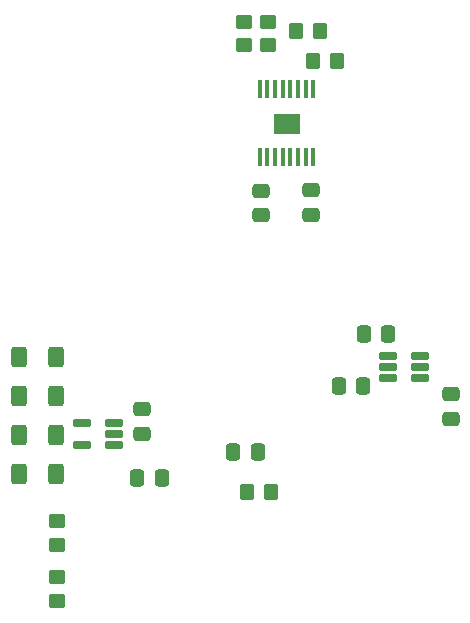
<source format=gbr>
%TF.GenerationSoftware,KiCad,Pcbnew,7.0.11-7.0.11~ubuntu22.04.1*%
%TF.CreationDate,2025-02-11T22:24:31-05:00*%
%TF.ProjectId,C64UltimatePSU,43363455-6c74-4696-9d61-74655053552e,rev?*%
%TF.SameCoordinates,Original*%
%TF.FileFunction,Paste,Bot*%
%TF.FilePolarity,Positive*%
%FSLAX46Y46*%
G04 Gerber Fmt 4.6, Leading zero omitted, Abs format (unit mm)*
G04 Created by KiCad (PCBNEW 7.0.11-7.0.11~ubuntu22.04.1) date 2025-02-11 22:24:31*
%MOMM*%
%LPD*%
G01*
G04 APERTURE LIST*
G04 Aperture macros list*
%AMRoundRect*
0 Rectangle with rounded corners*
0 $1 Rounding radius*
0 $2 $3 $4 $5 $6 $7 $8 $9 X,Y pos of 4 corners*
0 Add a 4 corners polygon primitive as box body*
4,1,4,$2,$3,$4,$5,$6,$7,$8,$9,$2,$3,0*
0 Add four circle primitives for the rounded corners*
1,1,$1+$1,$2,$3*
1,1,$1+$1,$4,$5*
1,1,$1+$1,$6,$7*
1,1,$1+$1,$8,$9*
0 Add four rect primitives between the rounded corners*
20,1,$1+$1,$2,$3,$4,$5,0*
20,1,$1+$1,$4,$5,$6,$7,0*
20,1,$1+$1,$6,$7,$8,$9,0*
20,1,$1+$1,$8,$9,$2,$3,0*%
G04 Aperture macros list end*
%ADD10C,0.010000*%
%ADD11RoundRect,0.250000X-0.337500X-0.475000X0.337500X-0.475000X0.337500X0.475000X-0.337500X0.475000X0*%
%ADD12RoundRect,0.250000X-0.350000X-0.450000X0.350000X-0.450000X0.350000X0.450000X-0.350000X0.450000X0*%
%ADD13RoundRect,0.250000X0.475000X-0.337500X0.475000X0.337500X-0.475000X0.337500X-0.475000X-0.337500X0*%
%ADD14RoundRect,0.250000X-0.450000X0.350000X-0.450000X-0.350000X0.450000X-0.350000X0.450000X0.350000X0*%
%ADD15RoundRect,0.250000X-0.475000X0.337500X-0.475000X-0.337500X0.475000X-0.337500X0.475000X0.337500X0*%
%ADD16RoundRect,0.162500X0.617500X0.162500X-0.617500X0.162500X-0.617500X-0.162500X0.617500X-0.162500X0*%
%ADD17RoundRect,0.250000X-0.400000X-0.625000X0.400000X-0.625000X0.400000X0.625000X-0.400000X0.625000X0*%
%ADD18RoundRect,0.051250X-0.153750X0.733750X-0.153750X-0.733750X0.153750X-0.733750X0.153750X0.733750X0*%
%ADD19RoundRect,0.250000X0.450000X-0.350000X0.450000X0.350000X-0.450000X0.350000X-0.450000X-0.350000X0*%
%ADD20RoundRect,0.250000X0.337500X0.475000X-0.337500X0.475000X-0.337500X-0.475000X0.337500X-0.475000X0*%
G04 APERTURE END LIST*
%TO.C,IC4*%
D10*
X168511800Y-48145600D02*
X166361800Y-48145600D01*
X166361800Y-46545600D01*
X168511800Y-46545600D01*
X168511800Y-48145600D01*
G36*
X168511800Y-48145600D02*
G01*
X166361800Y-48145600D01*
X166361800Y-46545600D01*
X168511800Y-46545600D01*
X168511800Y-48145600D01*
G37*
%TD*%
D11*
%TO.C,C2*%
X171864200Y-69646800D03*
X173939200Y-69646800D03*
%TD*%
D12*
%TO.C,R14*%
X168265600Y-39547800D03*
X170265600Y-39547800D03*
%TD*%
D11*
%TO.C,C9*%
X162941000Y-75234800D03*
X165016000Y-75234800D03*
%TD*%
D13*
%TO.C,C17*%
X169519600Y-55110200D03*
X169519600Y-53035200D03*
%TD*%
D14*
%TO.C,R4*%
X148031200Y-85817200D03*
X148031200Y-87817200D03*
%TD*%
D11*
%TO.C,C15*%
X173993900Y-65176400D03*
X176068900Y-65176400D03*
%TD*%
D15*
%TO.C,C13*%
X165252400Y-53086000D03*
X165252400Y-55161000D03*
%TD*%
D14*
%TO.C,R3*%
X148031200Y-81067400D03*
X148031200Y-83067400D03*
%TD*%
D16*
%TO.C,IC2*%
X178772800Y-67035600D03*
X178772800Y-67985600D03*
X178772800Y-68935600D03*
X176072800Y-68935600D03*
X176072800Y-67985600D03*
X176072800Y-67035600D03*
%TD*%
D17*
%TO.C,R9*%
X144780000Y-70483600D03*
X147880000Y-70483600D03*
%TD*%
D18*
%TO.C,IC4*%
X165161800Y-44475600D03*
X165811800Y-44475600D03*
X166461800Y-44475600D03*
X167111800Y-44475600D03*
X167761800Y-44475600D03*
X168411800Y-44475600D03*
X169061800Y-44475600D03*
X169711800Y-44475600D03*
X169711800Y-50215600D03*
X169061800Y-50215600D03*
X168411800Y-50215600D03*
X167761800Y-50215600D03*
X167111800Y-50215600D03*
X166461800Y-50215600D03*
X165811800Y-50215600D03*
X165161800Y-50215600D03*
%TD*%
D13*
%TO.C,C3*%
X181356000Y-72390000D03*
X181356000Y-70315000D03*
%TD*%
D17*
%TO.C,R8*%
X144780000Y-73773600D03*
X147880000Y-73773600D03*
%TD*%
D16*
%TO.C,IC3*%
X152861000Y-72710000D03*
X152861000Y-73660000D03*
X152861000Y-74610000D03*
X150161000Y-74610000D03*
X150161000Y-72710000D03*
%TD*%
D12*
%TO.C,R13*%
X169678600Y-42087800D03*
X171678600Y-42087800D03*
%TD*%
D19*
%TO.C,R12*%
X165862000Y-40751000D03*
X165862000Y-38751000D03*
%TD*%
D15*
%TO.C,C14*%
X155194000Y-71581100D03*
X155194000Y-73656100D03*
%TD*%
D17*
%TO.C,R7*%
X144780000Y-77063600D03*
X147880000Y-77063600D03*
%TD*%
%TO.C,R10*%
X144780000Y-67193600D03*
X147880000Y-67193600D03*
%TD*%
D14*
%TO.C,R11*%
X163855400Y-38751000D03*
X163855400Y-40751000D03*
%TD*%
D12*
%TO.C,R16*%
X164116000Y-78613000D03*
X166116000Y-78613000D03*
%TD*%
D20*
%TO.C,C5*%
X156895800Y-77419200D03*
X154820800Y-77419200D03*
%TD*%
M02*

</source>
